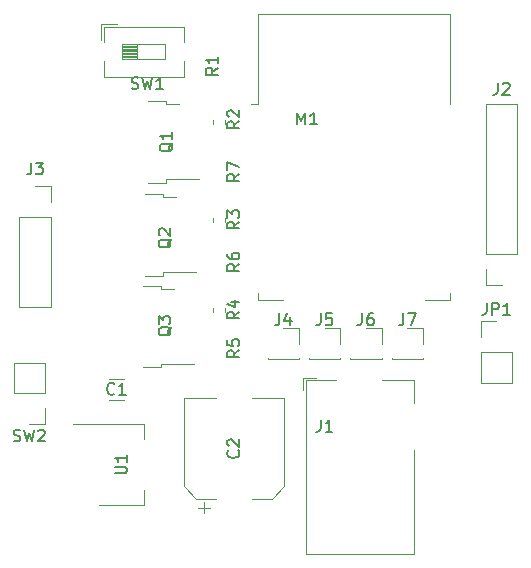
<source format=gbr>
G04 #@! TF.GenerationSoftware,KiCad,Pcbnew,(5.0.2)-1*
G04 #@! TF.CreationDate,2020-08-19T16:16:04+02:00*
G04 #@! TF.ProjectId,RGB-LED-controller,5247422d-4c45-4442-9d63-6f6e74726f6c,rev?*
G04 #@! TF.SameCoordinates,Original*
G04 #@! TF.FileFunction,Legend,Top*
G04 #@! TF.FilePolarity,Positive*
%FSLAX46Y46*%
G04 Gerber Fmt 4.6, Leading zero omitted, Abs format (unit mm)*
G04 Created by KiCad (PCBNEW (5.0.2)-1) date 19/08/2020 16:16:04*
%MOMM*%
%LPD*%
G01*
G04 APERTURE LIST*
%ADD10C,0.120000*%
%ADD11C,0.150000*%
G04 APERTURE END LIST*
D10*
G04 #@! TO.C,C1*
X152650436Y-58145000D02*
X153854564Y-58145000D01*
X152650436Y-59965000D02*
X153854564Y-59965000D01*
G04 #@! TO.C,C2*
X167455000Y-59800000D02*
X164705000Y-59800000D01*
X158935000Y-59800000D02*
X161685000Y-59800000D01*
X158935000Y-67255563D02*
X158935000Y-59800000D01*
X167455000Y-67255563D02*
X167455000Y-59800000D01*
X166390563Y-68320000D02*
X164705000Y-68320000D01*
X159999437Y-68320000D02*
X161685000Y-68320000D01*
X159999437Y-68320000D02*
X158935000Y-67255563D01*
X166390563Y-68320000D02*
X167455000Y-67255563D01*
X160685000Y-69560000D02*
X160685000Y-68560000D01*
X160185000Y-69060000D02*
X161185000Y-69060000D01*
G04 #@! TO.C,J1*
X170125000Y-58070000D02*
X169075000Y-58070000D01*
X169075000Y-59120000D02*
X169075000Y-58070000D01*
X178475000Y-64170000D02*
X178475000Y-72970000D01*
X178475000Y-72970000D02*
X169275000Y-72970000D01*
X175775000Y-58270000D02*
X178475000Y-58270000D01*
X178475000Y-58270000D02*
X178475000Y-60170000D01*
X169275000Y-72970000D02*
X169275000Y-58270000D01*
X169275000Y-58270000D02*
X171875000Y-58270000D01*
G04 #@! TO.C,J2*
X187205000Y-47625000D02*
X184545000Y-47625000D01*
X187205000Y-47625000D02*
X187205000Y-34865000D01*
X187205000Y-34865000D02*
X184545000Y-34865000D01*
X184545000Y-47625000D02*
X184545000Y-34865000D01*
X184545000Y-50225000D02*
X184545000Y-48895000D01*
X185875000Y-50225000D02*
X184545000Y-50225000D01*
G04 #@! TO.C,J3*
X145045000Y-44440000D02*
X147705000Y-44440000D01*
X145045000Y-44440000D02*
X145045000Y-52120000D01*
X145045000Y-52120000D02*
X147705000Y-52120000D01*
X147705000Y-44440000D02*
X147705000Y-52120000D01*
X147705000Y-41840000D02*
X147705000Y-43170000D01*
X146375000Y-41840000D02*
X147705000Y-41840000D01*
G04 #@! TO.C,JP1*
X184090000Y-58480000D02*
X186750000Y-58480000D01*
X184090000Y-55880000D02*
X184090000Y-58480000D01*
X186750000Y-55880000D02*
X186750000Y-58480000D01*
X184090000Y-55880000D02*
X186750000Y-55880000D01*
X184090000Y-54610000D02*
X184090000Y-53280000D01*
X184090000Y-53280000D02*
X185420000Y-53280000D01*
G04 #@! TO.C,M1*
X165235000Y-27250000D02*
X181475000Y-27250000D01*
X181475000Y-27250000D02*
X181475000Y-34870000D01*
X181475000Y-50870000D02*
X181475000Y-51490000D01*
X181475000Y-51490000D02*
X179355000Y-51490000D01*
X167355000Y-51490000D02*
X165235000Y-51490000D01*
X165235000Y-51490000D02*
X165235000Y-50870000D01*
X165235000Y-34870000D02*
X165235000Y-27250000D01*
X165235000Y-34870000D02*
X164625000Y-34870000D01*
G04 #@! TO.C,Q1*
X155910000Y-41550000D02*
X157410000Y-41550000D01*
X157410000Y-41550000D02*
X157410000Y-41280000D01*
X157410000Y-41280000D02*
X160240000Y-41280000D01*
X155910000Y-34650000D02*
X157410000Y-34650000D01*
X157410000Y-34650000D02*
X157410000Y-34920000D01*
X157410000Y-34920000D02*
X158510000Y-34920000D01*
G04 #@! TO.C,Q2*
X157200000Y-42795000D02*
X158300000Y-42795000D01*
X157200000Y-42525000D02*
X157200000Y-42795000D01*
X155700000Y-42525000D02*
X157200000Y-42525000D01*
X157200000Y-49155000D02*
X160030000Y-49155000D01*
X157200000Y-49425000D02*
X157200000Y-49155000D01*
X155700000Y-49425000D02*
X157200000Y-49425000D01*
G04 #@! TO.C,Q3*
X155520000Y-57165000D02*
X157020000Y-57165000D01*
X157020000Y-57165000D02*
X157020000Y-56895000D01*
X157020000Y-56895000D02*
X159850000Y-56895000D01*
X155520000Y-50265000D02*
X157020000Y-50265000D01*
X157020000Y-50265000D02*
X157020000Y-50535000D01*
X157020000Y-50535000D02*
X158120000Y-50535000D01*
G04 #@! TO.C,R2*
X161415000Y-36606267D02*
X161415000Y-36263733D01*
X162435000Y-36606267D02*
X162435000Y-36263733D01*
G04 #@! TO.C,R3*
X162435000Y-44861267D02*
X162435000Y-44518733D01*
X161415000Y-44861267D02*
X161415000Y-44518733D01*
G04 #@! TO.C,R4*
X161415000Y-52481267D02*
X161415000Y-52138733D01*
X162435000Y-52481267D02*
X162435000Y-52138733D01*
G04 #@! TO.C,SW1*
X152165000Y-28370000D02*
X158985000Y-28370000D01*
X152165000Y-32590000D02*
X158985000Y-32590000D01*
X152165000Y-28370000D02*
X152165000Y-29680000D01*
X152165000Y-31280000D02*
X152165000Y-32590000D01*
X158985000Y-28370000D02*
X158985000Y-29680000D01*
X158985000Y-31280000D02*
X158985000Y-32590000D01*
X151925000Y-28130000D02*
X153308000Y-28130000D01*
X151925000Y-28130000D02*
X151925000Y-29513000D01*
X153765000Y-29845000D02*
X153765000Y-31115000D01*
X153765000Y-31115000D02*
X157385000Y-31115000D01*
X157385000Y-31115000D02*
X157385000Y-29845000D01*
X157385000Y-29845000D02*
X153765000Y-29845000D01*
X153765000Y-29965000D02*
X154971667Y-29965000D01*
X153765000Y-30085000D02*
X154971667Y-30085000D01*
X153765000Y-30205000D02*
X154971667Y-30205000D01*
X153765000Y-30325000D02*
X154971667Y-30325000D01*
X153765000Y-30445000D02*
X154971667Y-30445000D01*
X153765000Y-30565000D02*
X154971667Y-30565000D01*
X153765000Y-30685000D02*
X154971667Y-30685000D01*
X153765000Y-30805000D02*
X154971667Y-30805000D01*
X153765000Y-30925000D02*
X154971667Y-30925000D01*
X153765000Y-31045000D02*
X154971667Y-31045000D01*
X154971667Y-29845000D02*
X154971667Y-31115000D01*
G04 #@! TO.C,SW2*
X147205000Y-62000000D02*
X145875000Y-62000000D01*
X147205000Y-60670000D02*
X147205000Y-62000000D01*
X147205000Y-59400000D02*
X144545000Y-59400000D01*
X144545000Y-59400000D02*
X144545000Y-56800000D01*
X147205000Y-59400000D02*
X147205000Y-56800000D01*
X147205000Y-56800000D02*
X144545000Y-56800000D01*
G04 #@! TO.C,U1*
X155580000Y-68815000D02*
X155580000Y-67555000D01*
X155580000Y-61995000D02*
X155580000Y-63255000D01*
X151820000Y-68815000D02*
X155580000Y-68815000D01*
X149570000Y-61995000D02*
X155580000Y-61995000D01*
G04 #@! TO.C,J4*
X167375000Y-53840000D02*
X168705000Y-53840000D01*
X168705000Y-53840000D02*
X168705000Y-55170000D01*
X168705000Y-56380000D02*
X168705000Y-56500000D01*
X166045000Y-56380000D02*
X166045000Y-56500000D01*
X166045000Y-56500000D02*
X168705000Y-56500000D01*
G04 #@! TO.C,J5*
X169545000Y-56500000D02*
X172205000Y-56500000D01*
X169545000Y-56380000D02*
X169545000Y-56500000D01*
X172205000Y-56380000D02*
X172205000Y-56500000D01*
X172205000Y-53840000D02*
X172205000Y-55170000D01*
X170875000Y-53840000D02*
X172205000Y-53840000D01*
G04 #@! TO.C,J6*
X174375000Y-53840000D02*
X175705000Y-53840000D01*
X175705000Y-53840000D02*
X175705000Y-55170000D01*
X175705000Y-56380000D02*
X175705000Y-56500000D01*
X173045000Y-56380000D02*
X173045000Y-56500000D01*
X173045000Y-56500000D02*
X175705000Y-56500000D01*
G04 #@! TO.C,J7*
X176545000Y-56500000D02*
X179205000Y-56500000D01*
X176545000Y-56380000D02*
X176545000Y-56500000D01*
X179205000Y-56380000D02*
X179205000Y-56500000D01*
X179205000Y-53840000D02*
X179205000Y-55170000D01*
X177875000Y-53840000D02*
X179205000Y-53840000D01*
G04 #@! TO.C,C1*
D11*
X153085833Y-59412142D02*
X153038214Y-59459761D01*
X152895357Y-59507380D01*
X152800119Y-59507380D01*
X152657261Y-59459761D01*
X152562023Y-59364523D01*
X152514404Y-59269285D01*
X152466785Y-59078809D01*
X152466785Y-58935952D01*
X152514404Y-58745476D01*
X152562023Y-58650238D01*
X152657261Y-58555000D01*
X152800119Y-58507380D01*
X152895357Y-58507380D01*
X153038214Y-58555000D01*
X153085833Y-58602619D01*
X154038214Y-59507380D02*
X153466785Y-59507380D01*
X153752500Y-59507380D02*
X153752500Y-58507380D01*
X153657261Y-58650238D01*
X153562023Y-58745476D01*
X153466785Y-58793095D01*
G04 #@! TO.C,C2*
X163552142Y-64226666D02*
X163599761Y-64274285D01*
X163647380Y-64417142D01*
X163647380Y-64512380D01*
X163599761Y-64655238D01*
X163504523Y-64750476D01*
X163409285Y-64798095D01*
X163218809Y-64845714D01*
X163075952Y-64845714D01*
X162885476Y-64798095D01*
X162790238Y-64750476D01*
X162695000Y-64655238D01*
X162647380Y-64512380D01*
X162647380Y-64417142D01*
X162695000Y-64274285D01*
X162742619Y-64226666D01*
X162742619Y-63845714D02*
X162695000Y-63798095D01*
X162647380Y-63702857D01*
X162647380Y-63464761D01*
X162695000Y-63369523D01*
X162742619Y-63321904D01*
X162837857Y-63274285D01*
X162933095Y-63274285D01*
X163075952Y-63321904D01*
X163647380Y-63893333D01*
X163647380Y-63274285D01*
G04 #@! TO.C,J1*
X170541666Y-61622380D02*
X170541666Y-62336666D01*
X170494047Y-62479523D01*
X170398809Y-62574761D01*
X170255952Y-62622380D01*
X170160714Y-62622380D01*
X171541666Y-62622380D02*
X170970238Y-62622380D01*
X171255952Y-62622380D02*
X171255952Y-61622380D01*
X171160714Y-61765238D01*
X171065476Y-61860476D01*
X170970238Y-61908095D01*
G04 #@! TO.C,J2*
X185541666Y-33107380D02*
X185541666Y-33821666D01*
X185494047Y-33964523D01*
X185398809Y-34059761D01*
X185255952Y-34107380D01*
X185160714Y-34107380D01*
X185970238Y-33202619D02*
X186017857Y-33155000D01*
X186113095Y-33107380D01*
X186351190Y-33107380D01*
X186446428Y-33155000D01*
X186494047Y-33202619D01*
X186541666Y-33297857D01*
X186541666Y-33393095D01*
X186494047Y-33535952D01*
X185922619Y-34107380D01*
X186541666Y-34107380D01*
G04 #@! TO.C,J3*
X146041666Y-39852380D02*
X146041666Y-40566666D01*
X145994047Y-40709523D01*
X145898809Y-40804761D01*
X145755952Y-40852380D01*
X145660714Y-40852380D01*
X146422619Y-39852380D02*
X147041666Y-39852380D01*
X146708333Y-40233333D01*
X146851190Y-40233333D01*
X146946428Y-40280952D01*
X146994047Y-40328571D01*
X147041666Y-40423809D01*
X147041666Y-40661904D01*
X146994047Y-40757142D01*
X146946428Y-40804761D01*
X146851190Y-40852380D01*
X146565476Y-40852380D01*
X146470238Y-40804761D01*
X146422619Y-40757142D01*
G04 #@! TO.C,JP1*
X184586666Y-51732380D02*
X184586666Y-52446666D01*
X184539047Y-52589523D01*
X184443809Y-52684761D01*
X184300952Y-52732380D01*
X184205714Y-52732380D01*
X185062857Y-52732380D02*
X185062857Y-51732380D01*
X185443809Y-51732380D01*
X185539047Y-51780000D01*
X185586666Y-51827619D01*
X185634285Y-51922857D01*
X185634285Y-52065714D01*
X185586666Y-52160952D01*
X185539047Y-52208571D01*
X185443809Y-52256190D01*
X185062857Y-52256190D01*
X186586666Y-52732380D02*
X186015238Y-52732380D01*
X186300952Y-52732380D02*
X186300952Y-51732380D01*
X186205714Y-51875238D01*
X186110476Y-51970476D01*
X186015238Y-52018095D01*
G04 #@! TO.C,M1*
X168565476Y-36622380D02*
X168565476Y-35622380D01*
X168898809Y-36336666D01*
X169232142Y-35622380D01*
X169232142Y-36622380D01*
X170232142Y-36622380D02*
X169660714Y-36622380D01*
X169946428Y-36622380D02*
X169946428Y-35622380D01*
X169851190Y-35765238D01*
X169755952Y-35860476D01*
X169660714Y-35908095D01*
G04 #@! TO.C,Q1*
X158027619Y-38195238D02*
X157980000Y-38290476D01*
X157884761Y-38385714D01*
X157741904Y-38528571D01*
X157694285Y-38623809D01*
X157694285Y-38719047D01*
X157932380Y-38671428D02*
X157884761Y-38766666D01*
X157789523Y-38861904D01*
X157599047Y-38909523D01*
X157265714Y-38909523D01*
X157075238Y-38861904D01*
X156980000Y-38766666D01*
X156932380Y-38671428D01*
X156932380Y-38480952D01*
X156980000Y-38385714D01*
X157075238Y-38290476D01*
X157265714Y-38242857D01*
X157599047Y-38242857D01*
X157789523Y-38290476D01*
X157884761Y-38385714D01*
X157932380Y-38480952D01*
X157932380Y-38671428D01*
X157932380Y-37290476D02*
X157932380Y-37861904D01*
X157932380Y-37576190D02*
X156932380Y-37576190D01*
X157075238Y-37671428D01*
X157170476Y-37766666D01*
X157218095Y-37861904D01*
G04 #@! TO.C,Q2*
X157922619Y-46325238D02*
X157875000Y-46420476D01*
X157779761Y-46515714D01*
X157636904Y-46658571D01*
X157589285Y-46753809D01*
X157589285Y-46849047D01*
X157827380Y-46801428D02*
X157779761Y-46896666D01*
X157684523Y-46991904D01*
X157494047Y-47039523D01*
X157160714Y-47039523D01*
X156970238Y-46991904D01*
X156875000Y-46896666D01*
X156827380Y-46801428D01*
X156827380Y-46610952D01*
X156875000Y-46515714D01*
X156970238Y-46420476D01*
X157160714Y-46372857D01*
X157494047Y-46372857D01*
X157684523Y-46420476D01*
X157779761Y-46515714D01*
X157827380Y-46610952D01*
X157827380Y-46801428D01*
X156922619Y-45991904D02*
X156875000Y-45944285D01*
X156827380Y-45849047D01*
X156827380Y-45610952D01*
X156875000Y-45515714D01*
X156922619Y-45468095D01*
X157017857Y-45420476D01*
X157113095Y-45420476D01*
X157255952Y-45468095D01*
X157827380Y-46039523D01*
X157827380Y-45420476D01*
G04 #@! TO.C,Q3*
X157922619Y-53765238D02*
X157875000Y-53860476D01*
X157779761Y-53955714D01*
X157636904Y-54098571D01*
X157589285Y-54193809D01*
X157589285Y-54289047D01*
X157827380Y-54241428D02*
X157779761Y-54336666D01*
X157684523Y-54431904D01*
X157494047Y-54479523D01*
X157160714Y-54479523D01*
X156970238Y-54431904D01*
X156875000Y-54336666D01*
X156827380Y-54241428D01*
X156827380Y-54050952D01*
X156875000Y-53955714D01*
X156970238Y-53860476D01*
X157160714Y-53812857D01*
X157494047Y-53812857D01*
X157684523Y-53860476D01*
X157779761Y-53955714D01*
X157827380Y-54050952D01*
X157827380Y-54241428D01*
X156827380Y-53479523D02*
X156827380Y-52860476D01*
X157208333Y-53193809D01*
X157208333Y-53050952D01*
X157255952Y-52955714D01*
X157303571Y-52908095D01*
X157398809Y-52860476D01*
X157636904Y-52860476D01*
X157732142Y-52908095D01*
X157779761Y-52955714D01*
X157827380Y-53050952D01*
X157827380Y-53336666D01*
X157779761Y-53431904D01*
X157732142Y-53479523D01*
G04 #@! TO.C,R1*
X161827380Y-31836666D02*
X161351190Y-32170000D01*
X161827380Y-32408095D02*
X160827380Y-32408095D01*
X160827380Y-32027142D01*
X160875000Y-31931904D01*
X160922619Y-31884285D01*
X161017857Y-31836666D01*
X161160714Y-31836666D01*
X161255952Y-31884285D01*
X161303571Y-31931904D01*
X161351190Y-32027142D01*
X161351190Y-32408095D01*
X161827380Y-30884285D02*
X161827380Y-31455714D01*
X161827380Y-31170000D02*
X160827380Y-31170000D01*
X160970238Y-31265238D01*
X161065476Y-31360476D01*
X161113095Y-31455714D01*
G04 #@! TO.C,R2*
X163647380Y-36361666D02*
X163171190Y-36695000D01*
X163647380Y-36933095D02*
X162647380Y-36933095D01*
X162647380Y-36552142D01*
X162695000Y-36456904D01*
X162742619Y-36409285D01*
X162837857Y-36361666D01*
X162980714Y-36361666D01*
X163075952Y-36409285D01*
X163123571Y-36456904D01*
X163171190Y-36552142D01*
X163171190Y-36933095D01*
X162742619Y-35980714D02*
X162695000Y-35933095D01*
X162647380Y-35837857D01*
X162647380Y-35599761D01*
X162695000Y-35504523D01*
X162742619Y-35456904D01*
X162837857Y-35409285D01*
X162933095Y-35409285D01*
X163075952Y-35456904D01*
X163647380Y-36028333D01*
X163647380Y-35409285D01*
G04 #@! TO.C,R3*
X163647380Y-44856666D02*
X163171190Y-45190000D01*
X163647380Y-45428095D02*
X162647380Y-45428095D01*
X162647380Y-45047142D01*
X162695000Y-44951904D01*
X162742619Y-44904285D01*
X162837857Y-44856666D01*
X162980714Y-44856666D01*
X163075952Y-44904285D01*
X163123571Y-44951904D01*
X163171190Y-45047142D01*
X163171190Y-45428095D01*
X162647380Y-44523333D02*
X162647380Y-43904285D01*
X163028333Y-44237619D01*
X163028333Y-44094761D01*
X163075952Y-43999523D01*
X163123571Y-43951904D01*
X163218809Y-43904285D01*
X163456904Y-43904285D01*
X163552142Y-43951904D01*
X163599761Y-43999523D01*
X163647380Y-44094761D01*
X163647380Y-44380476D01*
X163599761Y-44475714D01*
X163552142Y-44523333D01*
G04 #@! TO.C,R4*
X163647380Y-52476666D02*
X163171190Y-52810000D01*
X163647380Y-53048095D02*
X162647380Y-53048095D01*
X162647380Y-52667142D01*
X162695000Y-52571904D01*
X162742619Y-52524285D01*
X162837857Y-52476666D01*
X162980714Y-52476666D01*
X163075952Y-52524285D01*
X163123571Y-52571904D01*
X163171190Y-52667142D01*
X163171190Y-53048095D01*
X162980714Y-51619523D02*
X163647380Y-51619523D01*
X162599761Y-51857619D02*
X163314047Y-52095714D01*
X163314047Y-51476666D01*
G04 #@! TO.C,R5*
X163647380Y-55746666D02*
X163171190Y-56080000D01*
X163647380Y-56318095D02*
X162647380Y-56318095D01*
X162647380Y-55937142D01*
X162695000Y-55841904D01*
X162742619Y-55794285D01*
X162837857Y-55746666D01*
X162980714Y-55746666D01*
X163075952Y-55794285D01*
X163123571Y-55841904D01*
X163171190Y-55937142D01*
X163171190Y-56318095D01*
X162647380Y-54841904D02*
X162647380Y-55318095D01*
X163123571Y-55365714D01*
X163075952Y-55318095D01*
X163028333Y-55222857D01*
X163028333Y-54984761D01*
X163075952Y-54889523D01*
X163123571Y-54841904D01*
X163218809Y-54794285D01*
X163456904Y-54794285D01*
X163552142Y-54841904D01*
X163599761Y-54889523D01*
X163647380Y-54984761D01*
X163647380Y-55222857D01*
X163599761Y-55318095D01*
X163552142Y-55365714D01*
G04 #@! TO.C,R6*
X163647380Y-48426666D02*
X163171190Y-48760000D01*
X163647380Y-48998095D02*
X162647380Y-48998095D01*
X162647380Y-48617142D01*
X162695000Y-48521904D01*
X162742619Y-48474285D01*
X162837857Y-48426666D01*
X162980714Y-48426666D01*
X163075952Y-48474285D01*
X163123571Y-48521904D01*
X163171190Y-48617142D01*
X163171190Y-48998095D01*
X162647380Y-47569523D02*
X162647380Y-47760000D01*
X162695000Y-47855238D01*
X162742619Y-47902857D01*
X162885476Y-47998095D01*
X163075952Y-48045714D01*
X163456904Y-48045714D01*
X163552142Y-47998095D01*
X163599761Y-47950476D01*
X163647380Y-47855238D01*
X163647380Y-47664761D01*
X163599761Y-47569523D01*
X163552142Y-47521904D01*
X163456904Y-47474285D01*
X163218809Y-47474285D01*
X163123571Y-47521904D01*
X163075952Y-47569523D01*
X163028333Y-47664761D01*
X163028333Y-47855238D01*
X163075952Y-47950476D01*
X163123571Y-47998095D01*
X163218809Y-48045714D01*
G04 #@! TO.C,R7*
X163647380Y-40806666D02*
X163171190Y-41140000D01*
X163647380Y-41378095D02*
X162647380Y-41378095D01*
X162647380Y-40997142D01*
X162695000Y-40901904D01*
X162742619Y-40854285D01*
X162837857Y-40806666D01*
X162980714Y-40806666D01*
X163075952Y-40854285D01*
X163123571Y-40901904D01*
X163171190Y-40997142D01*
X163171190Y-41378095D01*
X162647380Y-40473333D02*
X162647380Y-39806666D01*
X163647380Y-40235238D01*
G04 #@! TO.C,SW1*
X154541666Y-33574761D02*
X154684523Y-33622380D01*
X154922619Y-33622380D01*
X155017857Y-33574761D01*
X155065476Y-33527142D01*
X155113095Y-33431904D01*
X155113095Y-33336666D01*
X155065476Y-33241428D01*
X155017857Y-33193809D01*
X154922619Y-33146190D01*
X154732142Y-33098571D01*
X154636904Y-33050952D01*
X154589285Y-33003333D01*
X154541666Y-32908095D01*
X154541666Y-32812857D01*
X154589285Y-32717619D01*
X154636904Y-32670000D01*
X154732142Y-32622380D01*
X154970238Y-32622380D01*
X155113095Y-32670000D01*
X155446428Y-32622380D02*
X155684523Y-33622380D01*
X155875000Y-32908095D01*
X156065476Y-33622380D01*
X156303571Y-32622380D01*
X157208333Y-33622380D02*
X156636904Y-33622380D01*
X156922619Y-33622380D02*
X156922619Y-32622380D01*
X156827380Y-32765238D01*
X156732142Y-32860476D01*
X156636904Y-32908095D01*
G04 #@! TO.C,SW2*
X144541666Y-63404761D02*
X144684523Y-63452380D01*
X144922619Y-63452380D01*
X145017857Y-63404761D01*
X145065476Y-63357142D01*
X145113095Y-63261904D01*
X145113095Y-63166666D01*
X145065476Y-63071428D01*
X145017857Y-63023809D01*
X144922619Y-62976190D01*
X144732142Y-62928571D01*
X144636904Y-62880952D01*
X144589285Y-62833333D01*
X144541666Y-62738095D01*
X144541666Y-62642857D01*
X144589285Y-62547619D01*
X144636904Y-62500000D01*
X144732142Y-62452380D01*
X144970238Y-62452380D01*
X145113095Y-62500000D01*
X145446428Y-62452380D02*
X145684523Y-63452380D01*
X145875000Y-62738095D01*
X146065476Y-63452380D01*
X146303571Y-62452380D01*
X146636904Y-62547619D02*
X146684523Y-62500000D01*
X146779761Y-62452380D01*
X147017857Y-62452380D01*
X147113095Y-62500000D01*
X147160714Y-62547619D01*
X147208333Y-62642857D01*
X147208333Y-62738095D01*
X147160714Y-62880952D01*
X146589285Y-63452380D01*
X147208333Y-63452380D01*
G04 #@! TO.C,U1*
X153122380Y-66166904D02*
X153931904Y-66166904D01*
X154027142Y-66119285D01*
X154074761Y-66071666D01*
X154122380Y-65976428D01*
X154122380Y-65785952D01*
X154074761Y-65690714D01*
X154027142Y-65643095D01*
X153931904Y-65595476D01*
X153122380Y-65595476D01*
X154122380Y-64595476D02*
X154122380Y-65166904D01*
X154122380Y-64881190D02*
X153122380Y-64881190D01*
X153265238Y-64976428D01*
X153360476Y-65071666D01*
X153408095Y-65166904D01*
G04 #@! TO.C,J4*
X167041666Y-52622380D02*
X167041666Y-53336666D01*
X166994047Y-53479523D01*
X166898809Y-53574761D01*
X166755952Y-53622380D01*
X166660714Y-53622380D01*
X167946428Y-52955714D02*
X167946428Y-53622380D01*
X167708333Y-52574761D02*
X167470238Y-53289047D01*
X168089285Y-53289047D01*
G04 #@! TO.C,J5*
X170541666Y-52622380D02*
X170541666Y-53336666D01*
X170494047Y-53479523D01*
X170398809Y-53574761D01*
X170255952Y-53622380D01*
X170160714Y-53622380D01*
X171494047Y-52622380D02*
X171017857Y-52622380D01*
X170970238Y-53098571D01*
X171017857Y-53050952D01*
X171113095Y-53003333D01*
X171351190Y-53003333D01*
X171446428Y-53050952D01*
X171494047Y-53098571D01*
X171541666Y-53193809D01*
X171541666Y-53431904D01*
X171494047Y-53527142D01*
X171446428Y-53574761D01*
X171351190Y-53622380D01*
X171113095Y-53622380D01*
X171017857Y-53574761D01*
X170970238Y-53527142D01*
G04 #@! TO.C,J6*
X174041666Y-52622380D02*
X174041666Y-53336666D01*
X173994047Y-53479523D01*
X173898809Y-53574761D01*
X173755952Y-53622380D01*
X173660714Y-53622380D01*
X174946428Y-52622380D02*
X174755952Y-52622380D01*
X174660714Y-52670000D01*
X174613095Y-52717619D01*
X174517857Y-52860476D01*
X174470238Y-53050952D01*
X174470238Y-53431904D01*
X174517857Y-53527142D01*
X174565476Y-53574761D01*
X174660714Y-53622380D01*
X174851190Y-53622380D01*
X174946428Y-53574761D01*
X174994047Y-53527142D01*
X175041666Y-53431904D01*
X175041666Y-53193809D01*
X174994047Y-53098571D01*
X174946428Y-53050952D01*
X174851190Y-53003333D01*
X174660714Y-53003333D01*
X174565476Y-53050952D01*
X174517857Y-53098571D01*
X174470238Y-53193809D01*
G04 #@! TO.C,J7*
X177541666Y-52622380D02*
X177541666Y-53336666D01*
X177494047Y-53479523D01*
X177398809Y-53574761D01*
X177255952Y-53622380D01*
X177160714Y-53622380D01*
X177922619Y-52622380D02*
X178589285Y-52622380D01*
X178160714Y-53622380D01*
G04 #@! TD*
M02*

</source>
